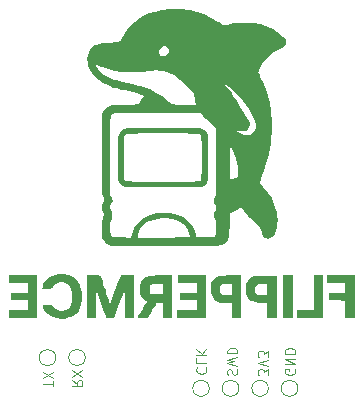
<source format=gbr>
%TF.GenerationSoftware,KiCad,Pcbnew,9.0.0*%
%TF.CreationDate,2025-09-16T23:46:19+02:00*%
%TF.ProjectId,flipper-mce,666c6970-7065-4722-9d6d-63652e6b6963,rev?*%
%TF.SameCoordinates,Original*%
%TF.FileFunction,Legend,Bot*%
%TF.FilePolarity,Positive*%
%FSLAX46Y46*%
G04 Gerber Fmt 4.6, Leading zero omitted, Abs format (unit mm)*
G04 Created by KiCad (PCBNEW 9.0.0) date 2025-09-16 23:46:19*
%MOMM*%
%LPD*%
G01*
G04 APERTURE LIST*
%ADD10C,0.120000*%
%ADD11C,0.000000*%
%ADD12C,0.100000*%
%ADD13C,0.650000*%
%ADD14O,1.000000X2.100000*%
%ADD15O,1.000000X1.600000*%
%ADD16C,0.700000*%
%ADD17C,0.900000*%
%ADD18C,1.000000*%
G04 APERTURE END LIST*
D10*
X177460262Y-98840100D02*
X177460262Y-98354386D01*
X176610262Y-98597243D02*
X177460262Y-98597243D01*
X177460262Y-98152005D02*
X176610262Y-97585338D01*
X177460262Y-97585338D02*
X176610262Y-98152005D01*
X192250739Y-97859148D02*
X192210262Y-97737719D01*
X192210262Y-97737719D02*
X192210262Y-97535338D01*
X192210262Y-97535338D02*
X192250739Y-97454386D01*
X192250739Y-97454386D02*
X192291215Y-97413910D01*
X192291215Y-97413910D02*
X192372167Y-97373433D01*
X192372167Y-97373433D02*
X192453119Y-97373433D01*
X192453119Y-97373433D02*
X192534072Y-97413910D01*
X192534072Y-97413910D02*
X192574548Y-97454386D01*
X192574548Y-97454386D02*
X192615024Y-97535338D01*
X192615024Y-97535338D02*
X192655500Y-97697243D01*
X192655500Y-97697243D02*
X192695977Y-97778195D01*
X192695977Y-97778195D02*
X192736453Y-97818672D01*
X192736453Y-97818672D02*
X192817405Y-97859148D01*
X192817405Y-97859148D02*
X192898358Y-97859148D01*
X192898358Y-97859148D02*
X192979310Y-97818672D01*
X192979310Y-97818672D02*
X193019786Y-97778195D01*
X193019786Y-97778195D02*
X193060262Y-97697243D01*
X193060262Y-97697243D02*
X193060262Y-97494862D01*
X193060262Y-97494862D02*
X193019786Y-97373433D01*
X193060262Y-97090100D02*
X192210262Y-96887719D01*
X192210262Y-96887719D02*
X192817405Y-96725814D01*
X192817405Y-96725814D02*
X192210262Y-96563909D01*
X192210262Y-96563909D02*
X193060262Y-96361529D01*
X192210262Y-96037719D02*
X193060262Y-96037719D01*
X193060262Y-96037719D02*
X193060262Y-95835338D01*
X193060262Y-95835338D02*
X193019786Y-95713909D01*
X193019786Y-95713909D02*
X192938834Y-95632957D01*
X192938834Y-95632957D02*
X192857881Y-95592480D01*
X192857881Y-95592480D02*
X192695977Y-95552004D01*
X192695977Y-95552004D02*
X192574548Y-95552004D01*
X192574548Y-95552004D02*
X192412643Y-95592480D01*
X192412643Y-95592480D02*
X192331691Y-95632957D01*
X192331691Y-95632957D02*
X192250739Y-95713909D01*
X192250739Y-95713909D02*
X192210262Y-95835338D01*
X192210262Y-95835338D02*
X192210262Y-96037719D01*
X197919786Y-97373433D02*
X197960262Y-97454386D01*
X197960262Y-97454386D02*
X197960262Y-97575814D01*
X197960262Y-97575814D02*
X197919786Y-97697243D01*
X197919786Y-97697243D02*
X197838834Y-97778195D01*
X197838834Y-97778195D02*
X197757881Y-97818672D01*
X197757881Y-97818672D02*
X197595977Y-97859148D01*
X197595977Y-97859148D02*
X197474548Y-97859148D01*
X197474548Y-97859148D02*
X197312643Y-97818672D01*
X197312643Y-97818672D02*
X197231691Y-97778195D01*
X197231691Y-97778195D02*
X197150739Y-97697243D01*
X197150739Y-97697243D02*
X197110262Y-97575814D01*
X197110262Y-97575814D02*
X197110262Y-97494862D01*
X197110262Y-97494862D02*
X197150739Y-97373433D01*
X197150739Y-97373433D02*
X197191215Y-97332957D01*
X197191215Y-97332957D02*
X197474548Y-97332957D01*
X197474548Y-97332957D02*
X197474548Y-97494862D01*
X197110262Y-96968672D02*
X197960262Y-96968672D01*
X197960262Y-96968672D02*
X197110262Y-96482957D01*
X197110262Y-96482957D02*
X197960262Y-96482957D01*
X197110262Y-96078196D02*
X197960262Y-96078196D01*
X197960262Y-96078196D02*
X197960262Y-95875815D01*
X197960262Y-95875815D02*
X197919786Y-95754386D01*
X197919786Y-95754386D02*
X197838834Y-95673434D01*
X197838834Y-95673434D02*
X197757881Y-95632957D01*
X197757881Y-95632957D02*
X197595977Y-95592481D01*
X197595977Y-95592481D02*
X197474548Y-95592481D01*
X197474548Y-95592481D02*
X197312643Y-95632957D01*
X197312643Y-95632957D02*
X197231691Y-95673434D01*
X197231691Y-95673434D02*
X197150739Y-95754386D01*
X197150739Y-95754386D02*
X197110262Y-95875815D01*
X197110262Y-95875815D02*
X197110262Y-96078196D01*
X189691215Y-97232957D02*
X189650739Y-97273433D01*
X189650739Y-97273433D02*
X189610262Y-97394862D01*
X189610262Y-97394862D02*
X189610262Y-97475814D01*
X189610262Y-97475814D02*
X189650739Y-97597243D01*
X189650739Y-97597243D02*
X189731691Y-97678195D01*
X189731691Y-97678195D02*
X189812643Y-97718672D01*
X189812643Y-97718672D02*
X189974548Y-97759148D01*
X189974548Y-97759148D02*
X190095977Y-97759148D01*
X190095977Y-97759148D02*
X190257881Y-97718672D01*
X190257881Y-97718672D02*
X190338834Y-97678195D01*
X190338834Y-97678195D02*
X190419786Y-97597243D01*
X190419786Y-97597243D02*
X190460262Y-97475814D01*
X190460262Y-97475814D02*
X190460262Y-97394862D01*
X190460262Y-97394862D02*
X190419786Y-97273433D01*
X190419786Y-97273433D02*
X190379310Y-97232957D01*
X189610262Y-96463910D02*
X189610262Y-96868672D01*
X189610262Y-96868672D02*
X190460262Y-96868672D01*
X189610262Y-96180577D02*
X190460262Y-96180577D01*
X189610262Y-95694862D02*
X190095977Y-96059148D01*
X190460262Y-95694862D02*
X189974548Y-96180577D01*
X179110262Y-98332957D02*
X179515024Y-98616291D01*
X179110262Y-98818672D02*
X179960262Y-98818672D01*
X179960262Y-98818672D02*
X179960262Y-98494862D01*
X179960262Y-98494862D02*
X179919786Y-98413910D01*
X179919786Y-98413910D02*
X179879310Y-98373433D01*
X179879310Y-98373433D02*
X179798358Y-98332957D01*
X179798358Y-98332957D02*
X179676929Y-98332957D01*
X179676929Y-98332957D02*
X179595977Y-98373433D01*
X179595977Y-98373433D02*
X179555500Y-98413910D01*
X179555500Y-98413910D02*
X179515024Y-98494862D01*
X179515024Y-98494862D02*
X179515024Y-98818672D01*
X179960262Y-98049624D02*
X179110262Y-97482957D01*
X179960262Y-97482957D02*
X179110262Y-98049624D01*
X195660262Y-97899624D02*
X195660262Y-97373433D01*
X195660262Y-97373433D02*
X195336453Y-97656767D01*
X195336453Y-97656767D02*
X195336453Y-97535338D01*
X195336453Y-97535338D02*
X195295977Y-97454386D01*
X195295977Y-97454386D02*
X195255500Y-97413910D01*
X195255500Y-97413910D02*
X195174548Y-97373433D01*
X195174548Y-97373433D02*
X194972167Y-97373433D01*
X194972167Y-97373433D02*
X194891215Y-97413910D01*
X194891215Y-97413910D02*
X194850739Y-97454386D01*
X194850739Y-97454386D02*
X194810262Y-97535338D01*
X194810262Y-97535338D02*
X194810262Y-97778195D01*
X194810262Y-97778195D02*
X194850739Y-97859148D01*
X194850739Y-97859148D02*
X194891215Y-97899624D01*
X195660262Y-97130576D02*
X194810262Y-96847243D01*
X194810262Y-96847243D02*
X195660262Y-96563909D01*
X195660262Y-96361529D02*
X195660262Y-95835338D01*
X195660262Y-95835338D02*
X195336453Y-96118672D01*
X195336453Y-96118672D02*
X195336453Y-95997243D01*
X195336453Y-95997243D02*
X195295977Y-95916291D01*
X195295977Y-95916291D02*
X195255500Y-95875815D01*
X195255500Y-95875815D02*
X195174548Y-95835338D01*
X195174548Y-95835338D02*
X194972167Y-95835338D01*
X194972167Y-95835338D02*
X194891215Y-95875815D01*
X194891215Y-95875815D02*
X194850739Y-95916291D01*
X194850739Y-95916291D02*
X194810262Y-95997243D01*
X194810262Y-95997243D02*
X194810262Y-96240100D01*
X194810262Y-96240100D02*
X194850739Y-96321053D01*
X194850739Y-96321053D02*
X194891215Y-96361529D01*
%TO.C,TP10*%
X193200000Y-99000000D02*
G75*
G02*
X191800000Y-99000000I-700000J0D01*
G01*
X191800000Y-99000000D02*
G75*
G02*
X193200000Y-99000000I700000J0D01*
G01*
%TO.C,TP9*%
X190700000Y-99000000D02*
G75*
G02*
X189300000Y-99000000I-700000J0D01*
G01*
X189300000Y-99000000D02*
G75*
G02*
X190700000Y-99000000I700000J0D01*
G01*
D11*
%TO.C,G\u002A\u002A\u002A*%
G36*
X197750353Y-91231171D02*
G01*
X197750353Y-93040339D01*
X197356277Y-93040339D01*
X196962201Y-93040339D01*
X196962201Y-91231171D01*
X196962201Y-89422003D01*
X197356277Y-89422003D01*
X197750353Y-89422003D01*
X197750353Y-91231171D01*
G37*
G36*
X200329760Y-91231171D02*
G01*
X200329760Y-93040339D01*
X199237095Y-93040339D01*
X198144429Y-93040339D01*
X198144429Y-92700000D01*
X198144429Y-92359662D01*
X198860931Y-92359662D01*
X199577433Y-92359662D01*
X199577433Y-90890832D01*
X199577433Y-89422003D01*
X199953597Y-89422003D01*
X200329760Y-89422003D01*
X200329760Y-91231171D01*
G37*
G36*
X203016643Y-91231171D02*
G01*
X203016643Y-93040339D01*
X202622567Y-93040339D01*
X202228491Y-93040339D01*
X202228491Y-92306698D01*
X202228491Y-91573057D01*
X201538858Y-91563327D01*
X200849224Y-91553597D01*
X200838873Y-91240127D01*
X200828522Y-90926657D01*
X201528507Y-90926657D01*
X202228491Y-90926657D01*
X202228491Y-90514669D01*
X202228491Y-90102680D01*
X201458251Y-90102680D01*
X200688012Y-90102680D01*
X200688012Y-89762342D01*
X200688012Y-89422003D01*
X201852327Y-89422003D01*
X203016643Y-89422003D01*
X203016643Y-91231171D01*
G37*
G36*
X176147814Y-91231171D02*
G01*
X176147814Y-93040339D01*
X174929760Y-93040339D01*
X173711707Y-93040339D01*
X173711707Y-92700000D01*
X173711707Y-92359662D01*
X174517772Y-92359662D01*
X175323837Y-92359662D01*
X175323837Y-91929760D01*
X175323837Y-91499859D01*
X174607335Y-91499859D01*
X173890832Y-91499859D01*
X173890832Y-91195346D01*
X173890832Y-90890832D01*
X174607335Y-90890832D01*
X175323837Y-90890832D01*
X175323837Y-90496756D01*
X175323837Y-90102680D01*
X174535684Y-90102680D01*
X173747532Y-90102680D01*
X173747532Y-89762342D01*
X173747532Y-89422003D01*
X174947673Y-89422003D01*
X176147814Y-89422003D01*
X176147814Y-91231171D01*
G37*
G36*
X190406206Y-91231171D02*
G01*
X190406206Y-93040339D01*
X189206065Y-93040339D01*
X188005924Y-93040339D01*
X188005924Y-92700000D01*
X188005924Y-92359662D01*
X188811989Y-92359662D01*
X189618054Y-92359662D01*
X189618054Y-91929760D01*
X189618054Y-91499859D01*
X188919464Y-91499859D01*
X188220875Y-91499859D01*
X188220875Y-91195346D01*
X188220875Y-90890832D01*
X188919464Y-90890832D01*
X189618054Y-90890832D01*
X189618054Y-90496756D01*
X189618054Y-90102680D01*
X188829902Y-90102680D01*
X188041749Y-90102680D01*
X188041749Y-89762342D01*
X188041749Y-89422003D01*
X189223978Y-89422003D01*
X190406206Y-89422003D01*
X190406206Y-91231171D01*
G37*
G36*
X196388999Y-91249083D02*
G01*
X196388999Y-93040339D01*
X195994923Y-93040339D01*
X195600846Y-93040339D01*
X195600846Y-92416797D01*
X195600846Y-91793254D01*
X195394852Y-91811117D01*
X195268848Y-91812697D01*
X195066216Y-91794063D01*
X194840709Y-91756576D01*
X194615958Y-91705077D01*
X194415594Y-91644403D01*
X194263247Y-91579395D01*
X194173000Y-91521379D01*
X194011731Y-91360451D01*
X193891396Y-91157563D01*
X193813130Y-90924916D01*
X193778065Y-90674712D01*
X193778573Y-90660699D01*
X194565528Y-90660699D01*
X194595868Y-90817383D01*
X194666939Y-90951253D01*
X194776869Y-91043033D01*
X194814367Y-91059505D01*
X194916830Y-91086635D01*
X195056972Y-91101305D01*
X195251552Y-91105727D01*
X195600846Y-91105783D01*
X195600846Y-90640057D01*
X195600846Y-90174330D01*
X195207336Y-90174330D01*
X195111269Y-90174488D01*
X194967630Y-90176941D01*
X194871154Y-90184914D01*
X194805597Y-90201612D01*
X194754715Y-90230243D01*
X194702262Y-90274011D01*
X194634516Y-90355985D01*
X194577787Y-90500474D01*
X194565528Y-90660699D01*
X193778573Y-90660699D01*
X193787337Y-90419151D01*
X193842078Y-90170435D01*
X193943424Y-89940765D01*
X194092507Y-89742342D01*
X194160983Y-89675124D01*
X194241902Y-89609103D01*
X194329642Y-89557881D01*
X194433463Y-89519609D01*
X194562622Y-89492440D01*
X194726376Y-89474525D01*
X194933983Y-89464017D01*
X195194700Y-89459067D01*
X195517786Y-89457828D01*
X196388999Y-89457828D01*
X196388999Y-90640057D01*
X196388999Y-91249083D01*
G37*
G36*
X193406890Y-91240127D02*
G01*
X193416178Y-93040339D01*
X193003858Y-93040339D01*
X192591538Y-93040339D01*
X192591538Y-92413399D01*
X192591538Y-91786460D01*
X192147838Y-91786460D01*
X192035709Y-91785552D01*
X191789370Y-91773514D01*
X191593336Y-91744249D01*
X191432901Y-91693678D01*
X191293357Y-91617718D01*
X191159999Y-91512286D01*
X191111239Y-91466287D01*
X190979296Y-91306742D01*
X190888787Y-91125103D01*
X190833590Y-90906125D01*
X190813739Y-90698829D01*
X191571614Y-90698829D01*
X191618825Y-90864162D01*
X191716208Y-91000641D01*
X191722288Y-91006299D01*
X191769589Y-91043522D01*
X191825201Y-91068253D01*
X191904959Y-91083743D01*
X192024697Y-91093240D01*
X192200249Y-91099996D01*
X192591538Y-91112122D01*
X192591538Y-90643226D01*
X192591538Y-90174330D01*
X192194706Y-90174330D01*
X192085786Y-90174523D01*
X191946059Y-90177062D01*
X191853174Y-90185093D01*
X191791445Y-90201753D01*
X191745182Y-90230178D01*
X191698698Y-90273506D01*
X191629740Y-90366027D01*
X191575083Y-90525748D01*
X191571614Y-90698829D01*
X190813739Y-90698829D01*
X190807584Y-90634559D01*
X190804430Y-90453366D01*
X190822562Y-90230404D01*
X190872504Y-90047981D01*
X190959358Y-89889827D01*
X191088227Y-89739674D01*
X191151308Y-89679338D01*
X191236662Y-89610483D01*
X191328405Y-89556718D01*
X191435855Y-89516143D01*
X191568333Y-89486855D01*
X191735159Y-89466955D01*
X191945653Y-89454540D01*
X192209135Y-89447709D01*
X192534924Y-89444562D01*
X193397602Y-89439916D01*
X193403810Y-90643226D01*
X193406890Y-91240127D01*
G37*
G36*
X180957360Y-89422090D02*
G01*
X181158913Y-89424124D01*
X181302119Y-89429563D01*
X181397385Y-89439346D01*
X181455116Y-89454411D01*
X181485718Y-89475696D01*
X181500752Y-89506158D01*
X181537451Y-89599524D01*
X181591085Y-89746322D01*
X181658754Y-89938296D01*
X181737555Y-90167189D01*
X181824586Y-90424744D01*
X181916947Y-90702706D01*
X181978750Y-90890050D01*
X182070458Y-91166536D01*
X182143805Y-91384316D01*
X182201204Y-91549383D01*
X182245064Y-91667734D01*
X182277799Y-91745362D01*
X182301819Y-91788263D01*
X182319536Y-91802431D01*
X182333362Y-91793861D01*
X182345708Y-91768547D01*
X182346926Y-91765419D01*
X182372313Y-91698365D01*
X182418500Y-91574827D01*
X182481847Y-91404600D01*
X182558714Y-91197475D01*
X182645463Y-90963246D01*
X182738454Y-90711707D01*
X182806419Y-90527819D01*
X182912600Y-90241450D01*
X182998334Y-90012151D01*
X183066308Y-89833323D01*
X183119205Y-89698366D01*
X183159712Y-89600681D01*
X183190512Y-89533669D01*
X183214293Y-89490731D01*
X183233737Y-89465266D01*
X183251531Y-89450676D01*
X183261366Y-89447120D01*
X183332705Y-89437608D01*
X183456619Y-89429862D01*
X183618922Y-89424603D01*
X183805430Y-89422552D01*
X184315938Y-89422003D01*
X184315938Y-91231171D01*
X184315938Y-93040339D01*
X183940258Y-93040339D01*
X183564577Y-93040339D01*
X183555138Y-91853729D01*
X183545698Y-90667120D01*
X183083818Y-91866651D01*
X182621938Y-93066182D01*
X182323034Y-93060924D01*
X182276725Y-93059707D01*
X182141750Y-93051267D01*
X182040130Y-93037645D01*
X181991012Y-93021134D01*
X181974354Y-92985124D01*
X181937352Y-92888006D01*
X181883274Y-92738091D01*
X181814893Y-92543284D01*
X181734981Y-92311488D01*
X181646311Y-92050608D01*
X181551655Y-91768547D01*
X181145416Y-90550494D01*
X181135996Y-91795416D01*
X181126575Y-93040339D01*
X180732963Y-93040339D01*
X180339351Y-93040339D01*
X180339351Y-91231171D01*
X180339351Y-89422003D01*
X180890254Y-89422003D01*
X180957360Y-89422090D01*
G37*
G36*
X178459360Y-89338960D02*
G01*
X178769474Y-89398670D01*
X179039510Y-89497417D01*
X179125010Y-89545190D01*
X179297749Y-89671993D01*
X179467120Y-89829326D01*
X179612524Y-89997081D01*
X179713363Y-90155154D01*
X179773059Y-90299433D01*
X179848011Y-90579956D01*
X179892840Y-90896779D01*
X179907108Y-91231803D01*
X179890375Y-91566929D01*
X179842202Y-91884058D01*
X179762149Y-92165093D01*
X179627927Y-92432653D01*
X179434594Y-92668044D01*
X179191121Y-92856621D01*
X178902480Y-92994568D01*
X178573640Y-93078064D01*
X178488614Y-93089598D01*
X178165495Y-93101023D01*
X177843616Y-93065560D01*
X177536034Y-92987266D01*
X177255808Y-92870201D01*
X177015996Y-92718424D01*
X176829658Y-92535993D01*
X176799768Y-92495409D01*
X176718691Y-92360165D01*
X176647514Y-92209340D01*
X176596951Y-92067469D01*
X176577715Y-91959083D01*
X176602426Y-91948892D01*
X176685658Y-91938980D01*
X176813714Y-91932244D01*
X176972142Y-91929760D01*
X177023034Y-91929810D01*
X177181718Y-91931627D01*
X177287070Y-91937931D01*
X177353667Y-91951253D01*
X177396088Y-91974125D01*
X177428912Y-92009078D01*
X177562449Y-92165110D01*
X177720675Y-92303806D01*
X177884087Y-92387495D01*
X178067906Y-92423443D01*
X178287354Y-92418918D01*
X178387613Y-92406924D01*
X178561539Y-92363437D01*
X178700423Y-92286494D01*
X178827752Y-92165060D01*
X178874968Y-92103995D01*
X178975583Y-91907189D01*
X179044088Y-91667421D01*
X179079972Y-91400169D01*
X179082725Y-91120910D01*
X179051836Y-90845123D01*
X178986795Y-90588286D01*
X178887091Y-90365875D01*
X178840560Y-90298997D01*
X178696120Y-90170853D01*
X178514064Y-90082823D01*
X178309791Y-90035922D01*
X178098700Y-90031161D01*
X177896189Y-90069553D01*
X177717655Y-90152110D01*
X177578498Y-90279844D01*
X177571793Y-90288683D01*
X177478905Y-90409372D01*
X177406291Y-90489164D01*
X177335569Y-90536511D01*
X177248355Y-90559866D01*
X177126270Y-90567680D01*
X176950929Y-90568406D01*
X176568558Y-90568406D01*
X176592730Y-90416150D01*
X176619325Y-90291516D01*
X176725451Y-90028837D01*
X176890257Y-89799418D01*
X177107892Y-89608911D01*
X177372505Y-89462969D01*
X177678248Y-89367244D01*
X177804008Y-89344794D01*
X178130445Y-89320323D01*
X178459360Y-89338960D01*
G37*
G36*
X187576023Y-91217819D02*
G01*
X187576023Y-93040339D01*
X187181947Y-93040339D01*
X186787870Y-93040339D01*
X186787870Y-92399793D01*
X186787870Y-91759247D01*
X186563964Y-91741286D01*
X186531894Y-91738992D01*
X186366400Y-91740534D01*
X186265030Y-91769975D01*
X186263689Y-91770868D01*
X186222039Y-91819079D01*
X186154010Y-91919449D01*
X186066231Y-92061289D01*
X185965328Y-92233909D01*
X185857928Y-92426621D01*
X185525852Y-93036617D01*
X185377665Y-93050131D01*
X185347428Y-93052755D01*
X185182609Y-93063207D01*
X185013966Y-93068604D01*
X184856570Y-93069093D01*
X184725487Y-93064821D01*
X184635788Y-93055934D01*
X184602539Y-93042580D01*
X184605955Y-93032683D01*
X184638479Y-92970221D01*
X184701002Y-92860091D01*
X184788121Y-92711559D01*
X184894430Y-92533886D01*
X185014528Y-92336338D01*
X185068328Y-92248306D01*
X185182923Y-92059425D01*
X185281422Y-91895200D01*
X185358442Y-91764710D01*
X185408601Y-91677035D01*
X185426516Y-91641257D01*
X185404934Y-91616546D01*
X185341363Y-91580037D01*
X185280304Y-91546653D01*
X185141286Y-91439124D01*
X185011380Y-91302826D01*
X184916223Y-91162913D01*
X184910851Y-91152316D01*
X184867745Y-91037313D01*
X184840329Y-90890319D01*
X184824799Y-90691734D01*
X184821794Y-90602672D01*
X185647108Y-90602672D01*
X185664111Y-90781880D01*
X185717836Y-90915104D01*
X185805402Y-90993029D01*
X185860006Y-91007111D01*
X185981067Y-91021354D01*
X186146662Y-91030746D01*
X186341742Y-91034133D01*
X186787870Y-91034133D01*
X186787870Y-90586319D01*
X186787870Y-90138505D01*
X186324142Y-90138505D01*
X186182575Y-90138893D01*
X186031967Y-90141765D01*
X185929138Y-90149194D01*
X185860061Y-90163208D01*
X185810705Y-90185837D01*
X185767043Y-90219112D01*
X185714314Y-90276544D01*
X185675193Y-90365658D01*
X185653090Y-90500557D01*
X185647108Y-90602672D01*
X184821794Y-90602672D01*
X184821660Y-90598713D01*
X184833542Y-90298375D01*
X184883824Y-90052985D01*
X184974955Y-89856729D01*
X185109385Y-89703789D01*
X185289564Y-89588349D01*
X185382331Y-89550744D01*
X185522490Y-89512432D01*
X185700160Y-89481036D01*
X185922153Y-89455809D01*
X186195284Y-89436005D01*
X186526367Y-89420881D01*
X186922215Y-89409688D01*
X187576023Y-89395300D01*
X187576023Y-90586319D01*
X187576023Y-91217819D01*
G37*
G36*
X190623525Y-81348638D02*
G01*
X190522238Y-81542525D01*
X190497254Y-81587995D01*
X190389407Y-81732841D01*
X190246314Y-81844440D01*
X190173031Y-81887047D01*
X190090522Y-81923226D01*
X189996254Y-81946826D01*
X189870269Y-81962555D01*
X189692609Y-81975125D01*
X189680953Y-81975754D01*
X189573006Y-81979201D01*
X189400917Y-81982287D01*
X189171087Y-81984981D01*
X188889918Y-81987253D01*
X188563815Y-81989072D01*
X188199178Y-81990409D01*
X187802411Y-81991232D01*
X187379917Y-81991511D01*
X186938098Y-81991217D01*
X186483357Y-81990319D01*
X186152936Y-81989484D01*
X185665641Y-81988269D01*
X185242108Y-81986932D01*
X184877436Y-81985114D01*
X184566724Y-81982456D01*
X184305071Y-81978600D01*
X184087579Y-81973186D01*
X183909345Y-81965854D01*
X183765470Y-81956246D01*
X183651054Y-81944003D01*
X183561195Y-81928766D01*
X183490994Y-81910175D01*
X183435550Y-81887871D01*
X183389963Y-81861496D01*
X183349332Y-81830689D01*
X183308757Y-81795093D01*
X183263338Y-81754348D01*
X183230667Y-81723529D01*
X183130492Y-81607604D01*
X183053677Y-81490134D01*
X183048524Y-81480086D01*
X183032557Y-81446145D01*
X183019217Y-81408582D01*
X183008282Y-81361212D01*
X182999533Y-81297852D01*
X182992749Y-81212316D01*
X182987709Y-81098421D01*
X182984193Y-80949983D01*
X182981981Y-80760816D01*
X182980851Y-80524737D01*
X182980584Y-80235560D01*
X182980958Y-79887103D01*
X182981751Y-79474040D01*
X183456136Y-79474040D01*
X183456158Y-79559423D01*
X183457160Y-80002434D01*
X183459680Y-80376412D01*
X183463770Y-80683568D01*
X183469478Y-80926114D01*
X183476854Y-81106262D01*
X183485948Y-81226224D01*
X183496809Y-81288212D01*
X183544572Y-81374733D01*
X183656871Y-81454771D01*
X183681595Y-81462290D01*
X183729873Y-81470435D01*
X183802102Y-81477501D01*
X183902619Y-81483553D01*
X184035759Y-81488660D01*
X184205860Y-81492889D01*
X184417256Y-81496307D01*
X184674284Y-81498981D01*
X184981281Y-81500980D01*
X185342582Y-81502371D01*
X185762524Y-81503220D01*
X186245444Y-81503596D01*
X186795676Y-81503565D01*
X187224178Y-81503227D01*
X187783911Y-81502105D01*
X188274316Y-81500216D01*
X188696765Y-81497544D01*
X189052629Y-81494071D01*
X189343278Y-81489780D01*
X189570083Y-81484653D01*
X189734415Y-81478673D01*
X189837644Y-81471821D01*
X189881143Y-81464081D01*
X189917037Y-81440654D01*
X189948161Y-81410889D01*
X189973928Y-81369423D01*
X189994842Y-81310261D01*
X190011408Y-81227408D01*
X190024129Y-81114870D01*
X190033510Y-80966652D01*
X190040055Y-80776759D01*
X190044267Y-80539195D01*
X190046652Y-80247967D01*
X190047713Y-79897079D01*
X190047955Y-79480536D01*
X190047950Y-79384631D01*
X190047659Y-78985004D01*
X190046512Y-78649573D01*
X190043950Y-78372217D01*
X190039411Y-78146810D01*
X190032334Y-77967232D01*
X190022160Y-77827358D01*
X190008326Y-77721065D01*
X189990272Y-77642230D01*
X189967438Y-77584730D01*
X189939262Y-77542443D01*
X189905184Y-77509245D01*
X189864643Y-77479012D01*
X189860409Y-77476244D01*
X189838204Y-77466137D01*
X189803852Y-77457321D01*
X189752777Y-77449707D01*
X189680401Y-77443210D01*
X189582148Y-77437743D01*
X189453439Y-77433220D01*
X189289698Y-77429553D01*
X189086347Y-77426656D01*
X188838810Y-77424442D01*
X188542509Y-77422825D01*
X188192866Y-77421719D01*
X187785306Y-77421035D01*
X187315249Y-77420689D01*
X186778120Y-77420593D01*
X186306442Y-77420678D01*
X185825316Y-77421035D01*
X185407303Y-77421748D01*
X185047827Y-77422901D01*
X184742316Y-77424575D01*
X184486196Y-77426852D01*
X184274893Y-77429816D01*
X184103835Y-77433549D01*
X183968446Y-77438133D01*
X183864155Y-77443651D01*
X183786386Y-77450185D01*
X183730568Y-77457818D01*
X183692125Y-77466632D01*
X183666485Y-77476710D01*
X183646874Y-77486993D01*
X183603600Y-77512815D01*
X183567421Y-77543946D01*
X183537702Y-77586416D01*
X183513808Y-77646256D01*
X183495104Y-77729498D01*
X183480954Y-77842172D01*
X183470724Y-77990310D01*
X183463779Y-78179942D01*
X183459482Y-78417100D01*
X183457199Y-78707815D01*
X183456296Y-79058118D01*
X183456136Y-79474040D01*
X182981751Y-79474040D01*
X182981753Y-79473180D01*
X182982465Y-79160322D01*
X182983610Y-78793540D01*
X182985165Y-78487625D01*
X182987354Y-78236369D01*
X182990399Y-78033564D01*
X182994524Y-77873002D01*
X182999950Y-77748474D01*
X183006901Y-77653772D01*
X183015600Y-77582688D01*
X183026270Y-77529013D01*
X183039133Y-77486541D01*
X183054412Y-77449062D01*
X183098294Y-77363321D01*
X183247492Y-77176440D01*
X183448708Y-77038829D01*
X183462642Y-77032279D01*
X183490840Y-77021696D01*
X183527197Y-77012444D01*
X183576249Y-77004435D01*
X183642530Y-76997579D01*
X183730575Y-76991788D01*
X183844920Y-76986972D01*
X183990099Y-76983041D01*
X184170648Y-76979907D01*
X184391101Y-76977481D01*
X184655994Y-76975672D01*
X184969862Y-76974393D01*
X185337240Y-76973553D01*
X185762662Y-76973063D01*
X186250665Y-76972835D01*
X186805783Y-76972779D01*
X187179155Y-76972799D01*
X187689235Y-76972949D01*
X188135175Y-76973323D01*
X188521502Y-76974010D01*
X188852742Y-76975102D01*
X189133424Y-76976689D01*
X189368073Y-76978862D01*
X189561218Y-76981710D01*
X189717384Y-76985323D01*
X189841100Y-76989794D01*
X189936891Y-76995211D01*
X190009285Y-77001666D01*
X190062809Y-77009248D01*
X190101990Y-77018048D01*
X190131355Y-77028156D01*
X190155430Y-77039663D01*
X190245355Y-77092493D01*
X190404934Y-77227065D01*
X190526124Y-77402680D01*
X190533036Y-77415675D01*
X190548921Y-77448786D01*
X190562266Y-77486273D01*
X190573330Y-77534253D01*
X190582376Y-77598840D01*
X190589664Y-77686151D01*
X190595455Y-77802301D01*
X190600010Y-77953406D01*
X190603591Y-78145583D01*
X190606457Y-78384945D01*
X190608871Y-78677610D01*
X190611093Y-79029693D01*
X190613385Y-79447309D01*
X190613562Y-79480536D01*
X190623525Y-81348638D01*
G37*
G36*
X196134761Y-70556258D02*
G01*
X195773409Y-70826566D01*
X195462619Y-71137748D01*
X195195113Y-71495980D01*
X195166147Y-71541669D01*
X195072389Y-71701172D01*
X194986027Y-71863903D01*
X194914781Y-72013914D01*
X194866371Y-72135255D01*
X194848519Y-72211977D01*
X194857136Y-72241907D01*
X194892753Y-72329423D01*
X194951153Y-72460655D01*
X195027107Y-72623934D01*
X195115386Y-72807590D01*
X195253279Y-73103189D01*
X195481452Y-73670717D01*
X195667116Y-74255053D01*
X195815168Y-74872604D01*
X195930501Y-75539775D01*
X195941245Y-75628705D01*
X195957709Y-75841144D01*
X195969641Y-76103191D01*
X195977127Y-76401381D01*
X195979918Y-76687753D01*
X195980254Y-76722255D01*
X195979109Y-77052349D01*
X195973778Y-77378202D01*
X195964346Y-77686352D01*
X195950902Y-77963335D01*
X195933531Y-78195691D01*
X195912320Y-78369958D01*
X195859126Y-78664040D01*
X195746505Y-79179592D01*
X195607811Y-79718049D01*
X195449730Y-80255773D01*
X195341867Y-80579995D01*
X195278947Y-80769125D01*
X195102148Y-81234468D01*
X195054383Y-81352388D01*
X195003490Y-81481633D01*
X194968810Y-81574169D01*
X194955995Y-81615272D01*
X194978329Y-81647202D01*
X195041632Y-81719518D01*
X195136011Y-81821029D01*
X195251552Y-81940814D01*
X195363567Y-82059501D01*
X195698975Y-82475704D01*
X195984618Y-82928424D01*
X196213207Y-83405022D01*
X196377451Y-83892856D01*
X196420594Y-84085632D01*
X196464258Y-84418537D01*
X196476091Y-84761991D01*
X196457226Y-85100543D01*
X196408798Y-85418744D01*
X196331940Y-85701142D01*
X196227786Y-85932287D01*
X196182492Y-86003408D01*
X196032950Y-86173081D01*
X195863507Y-86283556D01*
X195682114Y-86330720D01*
X195496726Y-86310457D01*
X195429162Y-86285738D01*
X195310068Y-86204284D01*
X195228669Y-86077350D01*
X195175967Y-85893230D01*
X195135505Y-85724430D01*
X195028378Y-85459158D01*
X194867425Y-85219200D01*
X194643810Y-84989554D01*
X194380775Y-84752398D01*
X194165308Y-84550637D01*
X193991589Y-84378033D01*
X193852297Y-84227019D01*
X193740115Y-84090025D01*
X193647721Y-83959482D01*
X193609423Y-83902397D01*
X193530187Y-83793529D01*
X193466479Y-83718156D01*
X193429402Y-83689986D01*
X193382275Y-83705731D01*
X193286252Y-83749116D01*
X193155754Y-83812768D01*
X193004906Y-83889305D01*
X192847834Y-83971348D01*
X192698664Y-84051517D01*
X192571523Y-84122431D01*
X192480536Y-84176711D01*
X192439829Y-84206978D01*
X192434822Y-84229932D01*
X192427906Y-84317300D01*
X192421952Y-84459011D01*
X192417270Y-84644696D01*
X192414169Y-84863985D01*
X192412961Y-85106507D01*
X192411697Y-85376432D01*
X192406404Y-85653154D01*
X192395701Y-85875815D01*
X192378213Y-86054107D01*
X192352566Y-86197723D01*
X192317386Y-86316356D01*
X192271298Y-86419696D01*
X192212930Y-86517437D01*
X192094935Y-86654627D01*
X191934379Y-86779642D01*
X191767090Y-86861187D01*
X191711784Y-86875255D01*
X191595755Y-86897007D01*
X191463047Y-86916092D01*
X191414823Y-86918850D01*
X191295364Y-86921941D01*
X191112729Y-86924813D01*
X190871518Y-86927445D01*
X190576332Y-86929816D01*
X190231769Y-86931907D01*
X189842431Y-86933696D01*
X189412916Y-86935163D01*
X188947826Y-86936286D01*
X188451758Y-86937046D01*
X187929314Y-86937422D01*
X187385093Y-86937392D01*
X186823696Y-86936937D01*
X182399295Y-86931685D01*
X182200053Y-86851267D01*
X182046534Y-86775005D01*
X181842741Y-86611486D01*
X181688875Y-86396677D01*
X181667854Y-86354599D01*
X181645625Y-86295563D01*
X181629466Y-86223529D01*
X181618117Y-86126766D01*
X181610323Y-85993545D01*
X181604827Y-85812134D01*
X181600370Y-85570804D01*
X181599761Y-85531932D01*
X181599480Y-85510238D01*
X182299281Y-85510238D01*
X182315353Y-85730632D01*
X182351180Y-85907711D01*
X182357921Y-85928991D01*
X182391151Y-86018811D01*
X182431741Y-86087697D01*
X182488876Y-86138600D01*
X182571740Y-86174467D01*
X182689517Y-86198248D01*
X182851391Y-86212891D01*
X183066547Y-86221347D01*
X183344167Y-86226564D01*
X184086966Y-86237472D01*
X184087886Y-86233569D01*
X184664165Y-86233569D01*
X186834482Y-86233569D01*
X186848790Y-86233568D01*
X187235668Y-86233106D01*
X187600675Y-86231834D01*
X187937589Y-86229830D01*
X188240188Y-86227170D01*
X188502249Y-86223930D01*
X188717550Y-86220186D01*
X188879867Y-86216015D01*
X188982980Y-86211495D01*
X189020665Y-86206700D01*
X189028669Y-86169226D01*
X189023260Y-86071167D01*
X189001482Y-85939687D01*
X188967636Y-85795069D01*
X188926020Y-85657597D01*
X188880935Y-85547556D01*
X188847278Y-85486806D01*
X188685488Y-85275731D01*
X188467131Y-85079060D01*
X188203893Y-84904859D01*
X187907461Y-84761195D01*
X187589520Y-84656135D01*
X187432057Y-84623266D01*
X187093967Y-84590608D01*
X186728780Y-84596901D01*
X186355263Y-84639571D01*
X185992180Y-84716045D01*
X185658298Y-84823751D01*
X185372383Y-84960115D01*
X185254062Y-85039543D01*
X185041930Y-85240558D01*
X184869670Y-85485500D01*
X184747063Y-85758949D01*
X184683889Y-86045487D01*
X184664165Y-86233569D01*
X184087886Y-86233569D01*
X184151347Y-85964385D01*
X184199971Y-85788980D01*
X184351926Y-85427997D01*
X184563618Y-85104341D01*
X184832854Y-84820115D01*
X185157441Y-84577424D01*
X185535185Y-84378373D01*
X185963893Y-84225067D01*
X185994399Y-84216772D01*
X186211270Y-84174129D01*
X186470865Y-84144052D01*
X186750713Y-84127402D01*
X187028341Y-84125043D01*
X187281278Y-84137834D01*
X187487052Y-84166640D01*
X187672862Y-84211522D01*
X188080180Y-84351061D01*
X188450485Y-84536363D01*
X188778355Y-84762672D01*
X189058365Y-85025227D01*
X189285094Y-85319271D01*
X189453118Y-85640046D01*
X189557013Y-85982793D01*
X189594085Y-86169226D01*
X189603317Y-86215656D01*
X190282406Y-86223611D01*
X190533737Y-86225541D01*
X190749273Y-86223033D01*
X190911268Y-86213264D01*
X191029169Y-86193737D01*
X191112423Y-86161953D01*
X191170477Y-86115415D01*
X191212780Y-86051623D01*
X191248778Y-85968081D01*
X191252917Y-85957052D01*
X191277509Y-85877022D01*
X191292856Y-85787108D01*
X191300004Y-85671914D01*
X191300000Y-85516042D01*
X191293889Y-85304096D01*
X191288229Y-85159588D01*
X191278901Y-84993791D01*
X191266175Y-84873197D01*
X191247430Y-84781986D01*
X191220050Y-84704335D01*
X191181416Y-84624422D01*
X191119955Y-84484174D01*
X191092423Y-84328919D01*
X191118127Y-84171306D01*
X191197631Y-83989181D01*
X191239127Y-83901952D01*
X191291479Y-83709275D01*
X191277416Y-83534474D01*
X191196931Y-83371173D01*
X191136941Y-83271867D01*
X191098137Y-83133830D01*
X191116116Y-82986910D01*
X191190680Y-82813445D01*
X191301834Y-82605147D01*
X191301834Y-79964014D01*
X192449324Y-79964014D01*
X192449730Y-80318793D01*
X192451249Y-80608651D01*
X192454047Y-80838976D01*
X192458290Y-81015160D01*
X192464143Y-81142592D01*
X192471771Y-81226661D01*
X192481341Y-81272759D01*
X192493019Y-81286274D01*
X192497625Y-81285790D01*
X192561699Y-81274644D01*
X192671482Y-81252517D01*
X192806126Y-81223580D01*
X193074452Y-81164316D01*
X193102602Y-80985191D01*
X193115386Y-80879144D01*
X193120884Y-80579995D01*
X193091317Y-80243406D01*
X193029799Y-79885347D01*
X192939444Y-79521788D01*
X192823367Y-79168698D01*
X192684682Y-78842046D01*
X192640840Y-78750809D01*
X192590985Y-78648507D01*
X192550665Y-78573685D01*
X192518866Y-78530760D01*
X192494572Y-78524148D01*
X192476768Y-78558267D01*
X192464439Y-78637533D01*
X192456569Y-78766363D01*
X192452143Y-78949174D01*
X192450146Y-79190381D01*
X192449562Y-79494403D01*
X192449401Y-79818164D01*
X192449377Y-79865656D01*
X192449324Y-79964014D01*
X191301834Y-79964014D01*
X191301834Y-79818164D01*
X191301675Y-79510631D01*
X191300728Y-79028791D01*
X191298970Y-78586776D01*
X191296448Y-78188562D01*
X191293208Y-77838129D01*
X191289297Y-77539453D01*
X191284763Y-77296515D01*
X191279652Y-77113290D01*
X191274012Y-76993758D01*
X191267888Y-76941897D01*
X191265670Y-76936731D01*
X191214763Y-76870497D01*
X191122863Y-76785683D01*
X191008196Y-76699312D01*
X190838453Y-76572678D01*
X190645846Y-76403276D01*
X190432495Y-76190137D01*
X190189557Y-75924894D01*
X189991082Y-75700988D01*
X186298539Y-75700988D01*
X182605996Y-75700988D01*
X182507260Y-75778653D01*
X182490655Y-75791518D01*
X182459549Y-75815914D01*
X182432225Y-75841281D01*
X182408438Y-75872038D01*
X182387944Y-75912600D01*
X182370498Y-75967387D01*
X182355854Y-76040814D01*
X182343769Y-76137300D01*
X182333996Y-76261262D01*
X182326292Y-76417117D01*
X182320411Y-76609283D01*
X182316109Y-76842177D01*
X182313140Y-77120217D01*
X182311260Y-77447820D01*
X182310225Y-77829404D01*
X182309788Y-78269385D01*
X182309705Y-78772181D01*
X182309732Y-79342210D01*
X182309732Y-82591658D01*
X182421251Y-82820571D01*
X182434902Y-82849061D01*
X182496583Y-83006661D01*
X182511889Y-83135010D01*
X182479982Y-83256774D01*
X182400026Y-83394615D01*
X182375432Y-83433653D01*
X182318111Y-83589687D01*
X182327696Y-83751215D01*
X182404267Y-83928101D01*
X182450124Y-84012567D01*
X182478783Y-84096045D01*
X182485942Y-84191580D01*
X182476931Y-84328557D01*
X182461414Y-84444936D01*
X182423569Y-84632285D01*
X182376741Y-84800564D01*
X182363725Y-84843022D01*
X182324052Y-85041046D01*
X182302376Y-85271914D01*
X182299281Y-85510238D01*
X181599480Y-85510238D01*
X181596772Y-85301459D01*
X181596726Y-85127129D01*
X181600777Y-84995413D01*
X181610075Y-84892782D01*
X181625774Y-84805709D01*
X181649023Y-84720664D01*
X181680977Y-84624120D01*
X181720003Y-84504008D01*
X181759351Y-84341222D01*
X181765113Y-84213721D01*
X181737129Y-84103827D01*
X181675238Y-83993859D01*
X181629531Y-83914348D01*
X181577166Y-83724911D01*
X181592360Y-83524957D01*
X181675116Y-83323690D01*
X181696923Y-83285309D01*
X181751129Y-83162753D01*
X181766420Y-83048909D01*
X181743047Y-82920661D01*
X181681260Y-82754891D01*
X181590164Y-82538457D01*
X181602178Y-79164504D01*
X181603615Y-78786235D01*
X181606212Y-78215048D01*
X181609120Y-77710564D01*
X181612388Y-77269698D01*
X181616064Y-76889365D01*
X181620197Y-76566481D01*
X181624835Y-76297959D01*
X181630027Y-76080715D01*
X181635821Y-75911665D01*
X181642267Y-75787722D01*
X181649412Y-75705803D01*
X181657306Y-75662821D01*
X181710611Y-75550457D01*
X181820980Y-75397402D01*
X181957346Y-75259573D01*
X182097503Y-75162223D01*
X182101220Y-75160332D01*
X182209110Y-75110829D01*
X182322797Y-75071291D01*
X182451683Y-75040632D01*
X182605171Y-75017765D01*
X182792662Y-75001604D01*
X183023558Y-74991063D01*
X183307261Y-74985056D01*
X183653174Y-74982497D01*
X183909771Y-74980740D01*
X184148266Y-74977275D01*
X184355640Y-74972406D01*
X184521762Y-74966429D01*
X184636498Y-74959636D01*
X184689716Y-74952325D01*
X184721461Y-74926253D01*
X184785154Y-74846661D01*
X184864125Y-74728987D01*
X184948128Y-74587690D01*
X185137276Y-74250180D01*
X184986339Y-74171212D01*
X184942394Y-74149006D01*
X184761504Y-74071094D01*
X184542102Y-73996268D01*
X184275972Y-73922181D01*
X183954900Y-73846487D01*
X183570669Y-73766838D01*
X183558278Y-73764393D01*
X183317231Y-73714888D01*
X183081301Y-73663106D01*
X182866822Y-73612867D01*
X182690132Y-73567992D01*
X182567566Y-73532299D01*
X182500337Y-73509392D01*
X182085870Y-73339320D01*
X181696592Y-73130694D01*
X181341771Y-72890424D01*
X181030679Y-72625417D01*
X180772584Y-72342580D01*
X180576758Y-72048821D01*
X180567409Y-72031376D01*
X180451621Y-71749081D01*
X180431161Y-71652269D01*
X181080089Y-71652269D01*
X181107130Y-71725071D01*
X181165621Y-71825310D01*
X181248096Y-71941298D01*
X181347093Y-72061344D01*
X181455147Y-72173758D01*
X181555033Y-72267346D01*
X181692844Y-72387813D01*
X181818132Y-72481598D01*
X181953281Y-72564840D01*
X182120669Y-72653678D01*
X182177173Y-72681771D01*
X182320706Y-72747105D01*
X182475125Y-72807657D01*
X182650361Y-72866392D01*
X182856341Y-72926274D01*
X183102995Y-72990265D01*
X183400252Y-73061330D01*
X183758040Y-73142433D01*
X183907858Y-73176361D01*
X184187354Y-73242374D01*
X184462523Y-73310499D01*
X184716917Y-73376527D01*
X184934088Y-73436243D01*
X185097588Y-73485438D01*
X185108916Y-73489123D01*
X185650854Y-73695581D01*
X186179400Y-73958149D01*
X186703207Y-74281638D01*
X187230931Y-74670856D01*
X187328059Y-74746247D01*
X187456579Y-74840399D01*
X187562434Y-74911599D01*
X187629341Y-74948501D01*
X187659420Y-74954957D01*
X187761261Y-74964684D01*
X187919542Y-74972839D01*
X188124764Y-74979083D01*
X188367431Y-74983078D01*
X188638042Y-74984485D01*
X189552097Y-74984485D01*
X189532831Y-74885966D01*
X189530965Y-74876097D01*
X189515583Y-74783887D01*
X189495231Y-74650360D01*
X189473794Y-74500846D01*
X189452208Y-74346265D01*
X189430995Y-74220495D01*
X189404069Y-74116523D01*
X189364896Y-74024109D01*
X189306943Y-73933017D01*
X189223677Y-73833007D01*
X189108563Y-73713842D01*
X188955068Y-73565285D01*
X188756660Y-73377096D01*
X188703913Y-73327153D01*
X188628489Y-73256426D01*
X191981561Y-73256426D01*
X191999079Y-73285128D01*
X192059131Y-73353493D01*
X192165128Y-73467657D01*
X192175792Y-73479085D01*
X192289073Y-73604383D01*
X192396003Y-73731604D01*
X192502552Y-73869369D01*
X192614687Y-74026300D01*
X192738378Y-74211019D01*
X192879594Y-74432149D01*
X193044304Y-74698311D01*
X193218049Y-74984485D01*
X193238475Y-75018129D01*
X193337850Y-75182489D01*
X193482678Y-75420937D01*
X193622076Y-75649274D01*
X193748184Y-75854669D01*
X193853142Y-76024292D01*
X193929086Y-76145312D01*
X193929616Y-76146144D01*
X194021764Y-76294302D01*
X194080847Y-76401968D01*
X194114096Y-76487784D01*
X194128742Y-76570393D01*
X194132017Y-76668434D01*
X194131215Y-76706434D01*
X194093156Y-76907248D01*
X193997796Y-77065283D01*
X193844702Y-77181309D01*
X193790199Y-77206230D01*
X193704539Y-77228109D01*
X193593127Y-77234143D01*
X193433428Y-77226824D01*
X193407622Y-77224985D01*
X193260524Y-77212190D01*
X193135492Y-77197772D01*
X193057264Y-77184513D01*
X193053215Y-77183530D01*
X193022975Y-77185352D01*
X193044178Y-77213508D01*
X193106046Y-77260553D01*
X193197807Y-77319044D01*
X193308685Y-77381536D01*
X193427904Y-77440585D01*
X193629078Y-77513008D01*
X193868907Y-77547100D01*
X194088503Y-77522706D01*
X194280419Y-77444521D01*
X194437208Y-77317239D01*
X194551422Y-77145554D01*
X194615612Y-76934161D01*
X194622332Y-76687753D01*
X194613761Y-76618113D01*
X194546719Y-76341041D01*
X194428246Y-76034320D01*
X194264551Y-75706197D01*
X194061843Y-75364919D01*
X193826332Y-75018732D01*
X193564225Y-74675884D01*
X193281732Y-74344621D01*
X192985061Y-74033190D01*
X192680422Y-73749839D01*
X192374023Y-73502815D01*
X192072074Y-73300363D01*
X192060467Y-73293464D01*
X192003161Y-73261250D01*
X191981561Y-73256426D01*
X188628489Y-73256426D01*
X188445817Y-73085129D01*
X188228349Y-72886978D01*
X188043206Y-72726802D01*
X187882082Y-72598699D01*
X187736674Y-72496770D01*
X187598678Y-72415115D01*
X187459790Y-72347833D01*
X187311706Y-72289025D01*
X187146122Y-72232790D01*
X187105625Y-72220015D01*
X186803290Y-72141563D01*
X186502604Y-72096745D01*
X186186967Y-72084821D01*
X185839775Y-72105047D01*
X185444429Y-72156681D01*
X185288433Y-72178846D01*
X184966090Y-72213055D01*
X184617447Y-72237712D01*
X184261861Y-72252159D01*
X183918690Y-72255742D01*
X183607294Y-72247805D01*
X183347032Y-72227693D01*
X183112076Y-72193369D01*
X182758258Y-72122252D01*
X182374436Y-72026490D01*
X181979723Y-71910956D01*
X181593230Y-71780524D01*
X181559217Y-71768244D01*
X181392773Y-71709484D01*
X181251402Y-71661696D01*
X181149141Y-71629517D01*
X181100031Y-71617587D01*
X181091961Y-71618594D01*
X181080089Y-71652269D01*
X180431161Y-71652269D01*
X180388691Y-71451312D01*
X180376421Y-71149005D01*
X180412614Y-70853094D01*
X180495073Y-70574513D01*
X180549526Y-70466786D01*
X186405566Y-70466786D01*
X186421238Y-70615938D01*
X186489589Y-70748713D01*
X186607572Y-70846079D01*
X186698401Y-70882320D01*
X186863162Y-70893202D01*
X187023911Y-70832680D01*
X187155404Y-70731300D01*
X187255631Y-70593897D01*
X187292377Y-70447210D01*
X187263690Y-70300350D01*
X187167617Y-70162426D01*
X187121918Y-70122093D01*
X186976865Y-70050244D01*
X186820266Y-70044745D01*
X186661214Y-70104677D01*
X186508807Y-70229118D01*
X186445619Y-70320288D01*
X186405566Y-70466786D01*
X180549526Y-70466786D01*
X180621601Y-70324196D01*
X180790000Y-70113077D01*
X180998073Y-69952092D01*
X181132660Y-69892125D01*
X181354995Y-69831485D01*
X181642299Y-69782754D01*
X181991401Y-69746452D01*
X182399134Y-69723096D01*
X182400859Y-69723029D01*
X182650642Y-69712552D01*
X182841266Y-69698306D01*
X182985083Y-69673484D01*
X183094444Y-69631277D01*
X183181699Y-69564878D01*
X183259200Y-69467477D01*
X183339297Y-69332265D01*
X183434340Y-69152436D01*
X183482325Y-69062887D01*
X183749950Y-68637378D01*
X184052736Y-68268076D01*
X184386636Y-67960048D01*
X184681562Y-67742456D01*
X185117864Y-67477853D01*
X185580040Y-67264940D01*
X186080163Y-67098406D01*
X186630305Y-66972941D01*
X186859195Y-66941050D01*
X187150801Y-66917819D01*
X187479545Y-66904704D01*
X187828195Y-66901603D01*
X188179519Y-66908415D01*
X188516285Y-66925039D01*
X188821261Y-66951374D01*
X189077214Y-66987319D01*
X189653220Y-67118882D01*
X190280780Y-67330287D01*
X190885440Y-67609094D01*
X191469527Y-67956247D01*
X191522373Y-67991320D01*
X191672770Y-68090818D01*
X191799606Y-68174268D01*
X191890856Y-68233778D01*
X191934499Y-68261457D01*
X191938970Y-68262941D01*
X191999321Y-68260148D01*
X192111800Y-68241826D01*
X192262134Y-68210604D01*
X192436051Y-68169108D01*
X192555997Y-68139086D01*
X192689359Y-68107910D01*
X192806818Y-68085309D01*
X192922966Y-68069902D01*
X193052395Y-68060305D01*
X193209698Y-68055138D01*
X193409465Y-68053016D01*
X193666291Y-68052558D01*
X193741595Y-68052616D01*
X194041653Y-68055381D01*
X194288684Y-68063676D01*
X194497872Y-68079439D01*
X194684401Y-68104608D01*
X194863456Y-68141120D01*
X195050221Y-68190913D01*
X195259879Y-68255925D01*
X195664717Y-68406378D01*
X196050322Y-68587087D01*
X196403341Y-68790442D01*
X196710751Y-69008942D01*
X196959533Y-69235085D01*
X197073539Y-69364219D01*
X197157325Y-69488780D01*
X197200644Y-69606843D01*
X197212976Y-69737193D01*
X197200512Y-69825721D01*
X197140728Y-69940477D01*
X197026653Y-70053075D01*
X196852889Y-70168513D01*
X196614034Y-70291794D01*
X196553951Y-70320650D01*
X196328777Y-70447210D01*
X196134761Y-70556258D01*
G37*
D10*
%TO.C,TP14*%
X198200000Y-99000000D02*
G75*
G02*
X196800000Y-99000000I-700000J0D01*
G01*
X196800000Y-99000000D02*
G75*
G02*
X198200000Y-99000000I700000J0D01*
G01*
%TO.C,TP13*%
X195700000Y-99000000D02*
G75*
G02*
X194300000Y-99000000I-700000J0D01*
G01*
X194300000Y-99000000D02*
G75*
G02*
X195700000Y-99000000I700000J0D01*
G01*
%TO.C,TP12*%
X180200000Y-96400000D02*
G75*
G02*
X178800000Y-96400000I-700000J0D01*
G01*
X178800000Y-96400000D02*
G75*
G02*
X180200000Y-96400000I700000J0D01*
G01*
%TO.C,TP11*%
X177700000Y-96400000D02*
G75*
G02*
X176300000Y-96400000I-700000J0D01*
G01*
X176300000Y-96400000D02*
G75*
G02*
X177700000Y-96400000I700000J0D01*
G01*
%TD*%
%LPC*%
D12*
X179797800Y-106904846D02*
X196993600Y-106904846D01*
X196993600Y-114423246D01*
X179797800Y-114423246D01*
X179797800Y-106904846D01*
G36*
X179797800Y-106904846D02*
G01*
X196993600Y-106904846D01*
X196993600Y-114423246D01*
X179797800Y-114423246D01*
X179797800Y-106904846D01*
G37*
D13*
%TO.C,J3*%
X191290000Y-61578000D03*
X185510000Y-61578000D03*
D14*
X192720000Y-62108000D03*
D15*
X192720000Y-57928000D03*
D14*
X184080000Y-62108000D03*
D15*
X184080000Y-57928000D03*
%TD*%
D16*
%TO.C,SW3*%
X173625000Y-87150000D03*
X173625000Y-85450000D03*
%TD*%
%TO.C,SW2*%
X176150000Y-60625000D03*
X177850000Y-60625000D03*
%TD*%
D17*
%TO.C,Card1*%
X199978000Y-96773000D03*
X199975000Y-88773000D03*
%TD*%
D16*
%TO.C,SW1*%
X198950000Y-60625000D03*
X200650000Y-60625000D03*
%TD*%
D18*
%TO.C,TP10*%
X192500000Y-99000000D03*
%TD*%
%TO.C,TP9*%
X190000000Y-99000000D03*
%TD*%
%TO.C,TP14*%
X197500000Y-99000000D03*
%TD*%
%TO.C,TP13*%
X195000000Y-99000000D03*
%TD*%
%TO.C,TP12*%
X179500000Y-96400000D03*
%TD*%
%TO.C,TP11*%
X177000000Y-96400000D03*
%TD*%
%LPD*%
M02*

</source>
